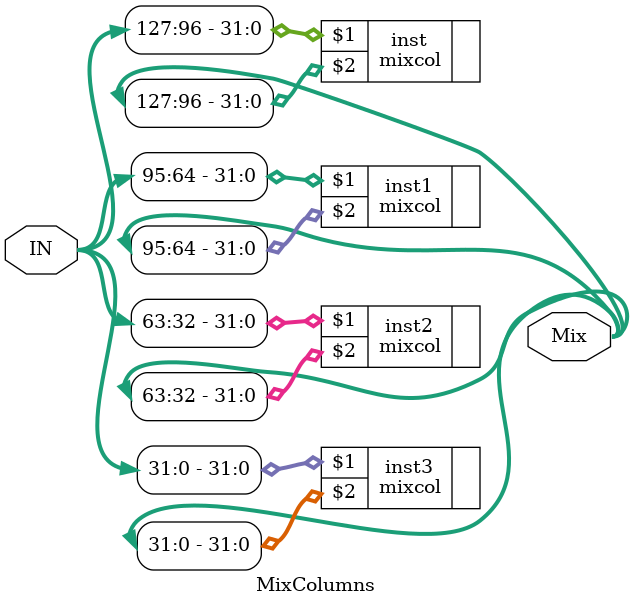
<source format=v>
module MixColumns(IN, Mix);
  input wire [127:0] IN;
  output wire [127:0] Mix;
  mixcol inst(IN[127:96],Mix[127:96]);
  mixcol inst1(IN[95:64],Mix[95:64]);
  mixcol inst2(IN[63:32],Mix[63:32]);
  mixcol inst3(IN[31:0],Mix[31:0]);
endmodule

</source>
